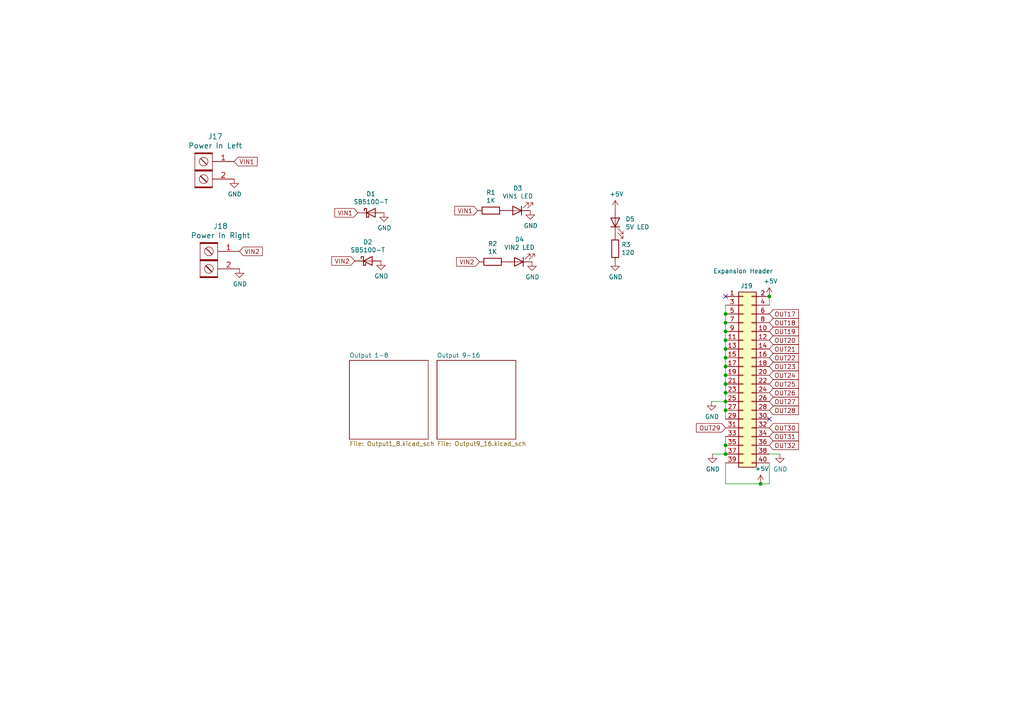
<source format=kicad_sch>
(kicad_sch (version 20211123) (generator eeschema)
  (paper "A4")
  (title_block (title "16 Expansion") (date "2022-05-08") (rev "v5") (company "Scott Hanson"))
  (lib_symbols
    (symbol "Barrier_Blocks:BARRIER_BLOCK_1ROW_2POS" (pin_names (offset 1.016) hide)
      (property "Reference" "TB" (at 0.127 -6.731 0))
      (property "Value" "BARRIER_BLOCK_1ROW_2POS" (at 0.254 6.35 0))
      (symbol "BARRIER_BLOCK_1ROW_2POS_0_1"
        (rectangle (start -2.54 5.08) (end 2.54 -5.08))
        (circle (center 0 -2.54) (radius 1.27))
        (polyline (pts (xy -2.54 -4.699) (xy -2.54 -5.08) (xy 2.54 -5.08) (xy 2.54 -4.699)) (fill (type outline)))
        (polyline (pts (xy -2.54 0.254) (xy -2.54 -0.254) (xy 2.54 -0.254) (xy 2.54 0.254)) (fill (type outline)))
        (polyline (pts (xy -2.54 4.699) (xy -2.54 5.08) (xy 2.54 5.08) (xy 2.54 4.699)) (fill (type outline)))
        (polyline (pts (xy -0.8382 -3.5052) (xy -0.9652 -3.3782) (xy 0.8128 -1.6002) (xy 0.9652 -1.7018) (xy -0.8382 -3.5052)) (fill (type outline)))
        (polyline (pts (xy -0.8382 1.5748) (xy -0.9652 1.6764) (xy -0.0508 2.5908) (xy 0.8382 3.4798) (xy 0.9652 3.3528) (xy 0.9652 3.3528)) (fill (type outline)))
        (circle (center 0 2.54) (radius 1.27))
      )
      (symbol "BARRIER_BLOCK_1ROW_2POS_1_1"
        (pin passive line (at -8.89 2.54 0) (length 6.35) (name "P1") (number "1"))
        (pin passive line (at -8.89 -2.54 0) (length 6.35) (name "P2") (number "2"))
      )
    )
    (symbol "Connector_Generic:Conn_02x20_Odd_Even" (pin_names (offset 1.016) hide)
      (property "Reference" "J" (at 1.27 25.4 0))
      (property "Value" "Conn_02x20_Odd_Even" (at 1.27 -27.94 0))
      (symbol "Conn_02x20_Odd_Even_1_1"
        (rectangle (start -1.27 -25.273) (end 0 -25.527) (stroke (width 0.1524)))
        (rectangle (start -1.27 -22.733) (end 0 -22.987) (stroke (width 0.1524)))
        (rectangle (start -1.27 -20.193) (end 0 -20.447) (stroke (width 0.1524)))
        (rectangle (start -1.27 -17.653) (end 0 -17.907) (stroke (width 0.1524)))
        (rectangle (start -1.27 -15.113) (end 0 -15.367) (stroke (width 0.1524)))
        (rectangle (start -1.27 -12.573) (end 0 -12.827) (stroke (width 0.1524)))
        (rectangle (start -1.27 -10.033) (end 0 -10.287) (stroke (width 0.1524)))
        (rectangle (start -1.27 -7.493) (end 0 -7.747) (stroke (width 0.1524)))
        (rectangle (start -1.27 -4.953) (end 0 -5.207) (stroke (width 0.1524)))
        (rectangle (start -1.27 -2.413) (end 0 -2.667) (stroke (width 0.1524)))
        (rectangle (start -1.27 0.127) (end 0 -0.127) (stroke (width 0.1524)))
        (rectangle (start -1.27 2.667) (end 0 2.413) (stroke (width 0.1524)))
        (rectangle (start -1.27 5.207) (end 0 4.953) (stroke (width 0.1524)))
        (rectangle (start -1.27 7.747) (end 0 7.493) (stroke (width 0.1524)))
        (rectangle (start -1.27 10.287) (end 0 10.033) (stroke (width 0.1524)))
        (rectangle (start -1.27 12.827) (end 0 12.573) (stroke (width 0.1524)))
        (rectangle (start -1.27 15.367) (end 0 15.113) (stroke (width 0.1524)))
        (rectangle (start -1.27 17.907) (end 0 17.653) (stroke (width 0.1524)))
        (rectangle (start -1.27 20.447) (end 0 20.193) (stroke (width 0.1524)))
        (rectangle (start -1.27 22.987) (end 0 22.733) (stroke (width 0.1524)))
        (rectangle (start -1.27 24.13) (end 3.81 -26.67) (stroke (width 0.254)) (fill (type background)))
        (rectangle (start 3.81 -25.273) (end 2.54 -25.527) (stroke (width 0.1524)))
        (rectangle (start 3.81 -22.733) (end 2.54 -22.987) (stroke (width 0.1524)))
        (rectangle (start 3.81 -20.193) (end 2.54 -20.447) (stroke (width 0.1524)))
        (rectangle (start 3.81 -17.653) (end 2.54 -17.907) (stroke (width 0.1524)))
        (rectangle (start 3.81 -15.113) (end 2.54 -15.367) (stroke (width 0.1524)))
        (rectangle (start 3.81 -12.573) (end 2.54 -12.827) (stroke (width 0.1524)))
        (rectangle (start 3.81 -10.033) (end 2.54 -10.287) (stroke (width 0.1524)))
        (rectangle (start 3.81 -7.493) (end 2.54 -7.747) (stroke (width 0.1524)))
        (rectangle (start 3.81 -4.953) (end 2.54 -5.207) (stroke (width 0.1524)))
        (rectangle (start 3.81 -2.413) (end 2.54 -2.667) (stroke (width 0.1524)))
        (rectangle (start 3.81 0.127) (end 2.54 -0.127) (stroke (width 0.1524)))
        (rectangle (start 3.81 2.667) (end 2.54 2.413) (stroke (width 0.1524)))
        (rectangle (start 3.81 5.207) (end 2.54 4.953) (stroke (width 0.1524)))
        (rectangle (start 3.81 7.747) (end 2.54 7.493) (stroke (width 0.1524)))
        (rectangle (start 3.81 10.287) (end 2.54 10.033) (stroke (width 0.1524)))
        (rectangle (start 3.81 12.827) (end 2.54 12.573) (stroke (width 0.1524)))
        (rectangle (start 3.81 15.367) (end 2.54 15.113) (stroke (width 0.1524)))
        (rectangle (start 3.81 17.907) (end 2.54 17.653) (stroke (width 0.1524)))
        (rectangle (start 3.81 20.447) (end 2.54 20.193) (stroke (width 0.1524)))
        (rectangle (start 3.81 22.987) (end 2.54 22.733) (stroke (width 0.1524)))
        (pin passive line (at -5.08 22.86 0) (length 3.81) (name "Pin_1") (number "1"))
        (pin passive line (at 7.62 12.7 180) (length 3.81) (name "Pin_10") (number "10"))
        (pin passive line (at -5.08 10.16 0) (length 3.81) (name "Pin_11") (number "11"))
        (pin passive line (at 7.62 10.16 180) (length 3.81) (name "Pin_12") (number "12"))
        (pin passive line (at -5.08 7.62 0) (length 3.81) (name "Pin_13") (number "13"))
        (pin passive line (at 7.62 7.62 180) (length 3.81) (name "Pin_14") (number "14"))
        (pin passive line (at -5.08 5.08 0) (length 3.81) (name "Pin_15") (number "15"))
        (pin passive line (at 7.62 5.08 180) (length 3.81) (name "Pin_16") (number "16"))
        (pin passive line (at -5.08 2.54 0) (length 3.81) (name "Pin_17") (number "17"))
        (pin passive line (at 7.62 2.54 180) (length 3.81) (name "Pin_18") (number "18"))
        (pin passive line (at -5.08 0 0) (length 3.81) (name "Pin_19") (number "19"))
        (pin passive line (at 7.62 22.86 180) (length 3.81) (name "Pin_2") (number "2"))
        (pin passive line (at 7.62 0 180) (length 3.81) (name "Pin_20") (number "20"))
        (pin passive line (at -5.08 -2.54 0) (length 3.81) (name "Pin_21") (number "21"))
        (pin passive line (at 7.62 -2.54 180) (length 3.81) (name "Pin_22") (number "22"))
        (pin passive line (at -5.08 -5.08 0) (length 3.81) (name "Pin_23") (number "23"))
        (pin passive line (at 7.62 -5.08 180) (length 3.81) (name "Pin_24") (number "24"))
        (pin passive line (at -5.08 -7.62 0) (length 3.81) (name "Pin_25") (number "25"))
        (pin passive line (at 7.62 -7.62 180) (length 3.81) (name "Pin_26") (number "26"))
        (pin passive line (at -5.08 -10.16 0) (length 3.81) (name "Pin_27") (number "27"))
        (pin passive line (at 7.62 -10.16 180) (length 3.81) (name "Pin_28") (number "28"))
        (pin passive line (at -5.08 -12.7 0) (length 3.81) (name "Pin_29") (number "29"))
        (pin passive line (at -5.08 20.32 0) (length 3.81) (name "Pin_3") (number "3"))
        (pin passive line (at 7.62 -12.7 180) (length 3.81) (name "Pin_30") (number "30"))
        (pin passive line (at -5.08 -15.24 0) (length 3.81) (name "Pin_31") (number "31"))
        (pin passive line (at 7.62 -15.24 180) (length 3.81) (name "Pin_32") (number "32"))
        (pin passive line (at -5.08 -17.78 0) (length 3.81) (name "Pin_33") (number "33"))
        (pin passive line (at 7.62 -17.78 180) (length 3.81) (name "Pin_34") (number "34"))
        (pin passive line (at -5.08 -20.32 0) (length 3.81) (name "Pin_35") (number "35"))
        (pin passive line (at 7.62 -20.32 180) (length 3.81) (name "Pin_36") (number "36"))
        (pin passive line (at -5.08 -22.86 0) (length 3.81) (name "Pin_37") (number "37"))
        (pin passive line (at 7.62 -22.86 180) (length 3.81) (name "Pin_38") (number "38"))
        (pin passive line (at -5.08 -25.4 0) (length 3.81) (name "Pin_39") (number "39"))
        (pin passive line (at 7.62 20.32 180) (length 3.81) (name "Pin_4") (number "4"))
        (pin passive line (at 7.62 -25.4 180) (length 3.81) (name "Pin_40") (number "40"))
        (pin passive line (at -5.08 17.78 0) (length 3.81) (name "Pin_5") (number "5"))
        (pin passive line (at 7.62 17.78 180) (length 3.81) (name "Pin_6") (number "6"))
        (pin passive line (at -5.08 15.24 0) (length 3.81) (name "Pin_7") (number "7"))
        (pin passive line (at 7.62 15.24 180) (length 3.81) (name "Pin_8") (number "8"))
        (pin passive line (at -5.08 12.7 0) (length 3.81) (name "Pin_9") (number "9"))
      )
    )
    (symbol "Device:D_Schottky" (pin_numbers hide) (pin_names (offset 1.016) hide)
      (property "Reference" "D" (at 0 2.54 0))
      (property "Value" "D_Schottky" (at 0 -2.54 0))
      (symbol "D_Schottky_0_1"
        (polyline (pts (xy 1.27 0) (xy -1.27 0)))
        (polyline (pts (xy 1.27 1.27) (xy 1.27 -1.27) (xy -1.27 0) (xy 1.27 1.27)) (stroke (width 0.254)))
        (polyline (pts (xy -1.905 0.635) (xy -1.905 1.27) (xy -1.27 1.27) (xy -1.27 -1.27) (xy -0.635 -1.27) (xy -0.635 -0.635)) (stroke (width 0.254)))
      )
      (symbol "D_Schottky_1_1"
        (pin passive line (at -3.81 0 0) (length 2.54) (name "K") (number "1"))
        (pin passive line (at 3.81 0 180) (length 2.54) (name "A") (number "2"))
      )
    )
    (symbol "Device:LED" (pin_numbers hide) (pin_names (offset 1.016) hide)
      (property "Reference" "D" (at 0 2.54 0))
      (property "Value" "LED" (at 0 -2.54 0))
      (symbol "LED_0_1"
        (polyline (pts (xy -1.27 -1.27) (xy -1.27 1.27)) (stroke (width 0.254)))
        (polyline (pts (xy -1.27 0) (xy 1.27 0)))
        (polyline (pts (xy 1.27 -1.27) (xy 1.27 1.27) (xy -1.27 0) (xy 1.27 -1.27)) (stroke (width 0.254)))
        (polyline (pts (xy -3.048 -0.762) (xy -4.572 -2.286) (xy -3.81 -2.286) (xy -4.572 -2.286) (xy -4.572 -1.524)))
        (polyline (pts (xy -1.778 -0.762) (xy -3.302 -2.286) (xy -2.54 -2.286) (xy -3.302 -2.286) (xy -3.302 -1.524)))
      )
      (symbol "LED_1_1"
        (pin passive line (at -3.81 0 0) (length 2.54) (name "K") (number "1"))
        (pin passive line (at 3.81 0 180) (length 2.54) (name "A") (number "2"))
      )
    )
    (symbol "Device:R" (pin_numbers hide) (pin_names (offset 0))
      (property "Reference" "R" (at 2.032 0 90))
      (property "Value" "R" (at 0 0 90))
      (symbol "R_0_1"
        (rectangle (start -1.016 -2.54) (end 1.016 2.54) (stroke (width 0.254)))
      )
      (symbol "R_1_1"
        (pin passive line (at 0 3.81 270) (length 1.27) (name "~") (number "1"))
        (pin passive line (at 0 -3.81 90) (length 1.27) (name "~") (number "2"))
      )
    )
    (symbol "power:+5V" (power) (pin_names (offset 0))
      (property "Value" "+5V" (at 0 3.556 0))
      (symbol "+5V_0_1"
        (polyline (pts (xy -0.762 1.27) (xy 0 2.54)))
        (polyline (pts (xy 0 0) (xy 0 2.54)))
        (polyline (pts (xy 0 2.54) (xy 0.762 1.27)))
      )
      (symbol "+5V_1_1"
        (pin power_in line (at 0 0 90) (length 0) hide (name "+5V") (number "1"))
      )
    )
    (symbol "power:GND" (power) (pin_names (offset 0))
      (property "Value" "GND" (at 0 -3.81 0))
      (symbol "GND_0_1"
        (polyline (pts (xy 0 0) (xy 0 -1.27) (xy 1.27 -1.27) (xy 0 -2.54) (xy -1.27 -1.27) (xy 0 -1.27)))
      )
      (symbol "GND_1_1"
        (pin power_in line (at 0 0 270) (length 0) hide (name "GND") (number "1"))
      )
    )
  )
  (junction (at 210.439 93.599))
  (junction (at 210.439 113.919))
  (junction (at 210.439 116.459))
  (junction (at 223.139 85.979))
  (junction (at 210.439 106.299))
  (junction (at 210.439 129.159))
  (junction (at 210.439 96.139))
  (junction (at 210.439 131.699))
  (junction (at 220.599 140.335))
  (junction (at 210.439 103.759))
  (junction (at 210.439 118.999))
  (junction (at 210.439 91.059))
  (junction (at 210.439 111.379))
  (junction (at 210.439 108.839))
  (junction (at 210.439 101.219))
  (junction (at 210.439 98.679))
  (no_connect (at 223.139 121.539))
  (no_connect (at 210.439 85.979))
  (wire (pts (xy 210.439 131.699) (xy 206.629 131.699)))
  (wire (pts (xy 223.139 134.239) (xy 223.139 140.335)))
  (wire (pts (xy 210.439 88.519) (xy 210.439 91.059)))
  (wire (pts (xy 210.439 106.299) (xy 210.439 108.839)))
  (wire (pts (xy 223.139 131.699) (xy 226.187 131.699)))
  (wire (pts (xy 210.439 96.139) (xy 210.439 98.679)))
  (wire (pts (xy 210.439 118.999) (xy 210.439 121.539)))
  (wire (pts (xy 210.439 91.059) (xy 210.439 93.599)))
  (wire (pts (xy 210.439 93.599) (xy 210.439 96.139)))
  (wire (pts (xy 210.439 108.839) (xy 210.439 111.379)))
  (wire (pts (xy 210.439 111.379) (xy 210.439 113.919)))
  (wire (pts (xy 210.439 126.619) (xy 210.439 129.159)))
  (wire (pts (xy 210.439 101.219) (xy 210.439 103.759)))
  (wire (pts (xy 210.439 129.159) (xy 210.439 131.699)))
  (wire (pts (xy 223.139 140.335) (xy 220.599 140.335)))
  (wire (pts (xy 220.599 140.335) (xy 210.439 140.335)))
  (wire (pts (xy 210.439 116.459) (xy 210.439 118.999)))
  (wire (pts (xy 210.439 116.459) (xy 206.375 116.459)))
  (wire (pts (xy 223.139 85.979) (xy 223.139 88.519)))
  (wire (pts (xy 210.439 134.239) (xy 210.439 140.335)))
  (wire (pts (xy 210.439 103.759) (xy 210.439 106.299)))
  (wire (pts (xy 210.439 113.919) (xy 210.439 116.459)))
  (wire (pts (xy 210.439 98.679) (xy 210.439 101.219)))
  (global_label "OUT22" (shape input) (at 223.139 103.759 0) (property "Intersheet References" "${INTERSHEET_REFS}" (effects hide)))
  (global_label "OUT20" (shape input) (at 223.139 98.679 0) (property "Intersheet References" "${INTERSHEET_REFS}" (effects hide)))
  (global_label "OUT30" (shape input) (at 223.139 124.079 0) (property "Intersheet References" "${INTERSHEET_REFS}" (effects hide)))
  (global_label "VIN1" (shape input) (at 138.557 61.087 180) (property "Intersheet References" "${INTERSHEET_REFS}" (effects hide)))
  (global_label "VIN2" (shape input) (at 69.469 72.898 0) (property "Intersheet References" "${INTERSHEET_REFS}" (effects hide)))
  (global_label "OUT26" (shape input) (at 223.139 113.919 0) (property "Intersheet References" "${INTERSHEET_REFS}" (effects hide)))
  (global_label "VIN1" (shape input) (at 67.945 46.863 0) (property "Intersheet References" "${INTERSHEET_REFS}" (effects hide)))
  (global_label "OUT25" (shape input) (at 223.139 111.379 0) (property "Intersheet References" "${INTERSHEET_REFS}" (effects hide)))
  (global_label "OUT24" (shape input) (at 223.139 108.839 0) (property "Intersheet References" "${INTERSHEET_REFS}" (effects hide)))
  (global_label "OUT32" (shape input) (at 223.139 129.159 0) (property "Intersheet References" "${INTERSHEET_REFS}" (effects hide)))
  (global_label "OUT17" (shape input) (at 223.139 91.059 0) (property "Intersheet References" "${INTERSHEET_REFS}" (effects hide)))
  (global_label "VIN1" (shape input) (at 103.759 61.722 180) (property "Intersheet References" "${INTERSHEET_REFS}" (effects hide)))
  (global_label "OUT27" (shape input) (at 223.139 116.459 0) (property "Intersheet References" "${INTERSHEET_REFS}" (effects hide)))
  (global_label "OUT19" (shape input) (at 223.139 96.139 0) (property "Intersheet References" "${INTERSHEET_REFS}" (effects hide)))
  (global_label "VIN2" (shape input) (at 139.065 75.946 180) (property "Intersheet References" "${INTERSHEET_REFS}" (effects hide)))
  (global_label "OUT29" (shape input) (at 210.439 124.079 180) (property "Intersheet References" "${INTERSHEET_REFS}" (effects hide)))
  (global_label "OUT23" (shape input) (at 223.139 106.299 0) (property "Intersheet References" "${INTERSHEET_REFS}" (effects hide)))
  (global_label "OUT21" (shape input) (at 223.139 101.219 0) (property "Intersheet References" "${INTERSHEET_REFS}" (effects hide)))
  (global_label "OUT28" (shape input) (at 223.139 118.999 0) (property "Intersheet References" "${INTERSHEET_REFS}" (effects hide)))
  (global_label "OUT18" (shape input) (at 223.139 93.599 0) (property "Intersheet References" "${INTERSHEET_REFS}" (effects hide)))
  (global_label "VIN2" (shape input) (at 102.87 75.692 180) (property "Intersheet References" "${INTERSHEET_REFS}" (effects hide)))
  (global_label "OUT31" (shape input) (at 223.139 126.619 0) (property "Intersheet References" "${INTERSHEET_REFS}" (effects hide)))
  (symbol (lib_id "power:GND") (at 67.945 51.943 0) (unit 1)
    (property "Reference" "#PWR0101" (effects hide))
    (property "Value" "GND" (at 68.072 56.3372 0))
  )
  (symbol (lib_id "Device:D_Schottky") (at 106.68 75.692 0) (unit 1)
    (property "Reference" "D2" (at 106.68 70.2056 0))
    (property "Value" "SB5100-T" (at 106.68 72.517 0))
    (property "Footprint" "Diode_THT:D_DO-201AD_P12.70mm_Horizontal" (effects hide))
    (property "Digi-Key_PN" "SB5100DICT-ND" (effects hide))
    (property "MPN" "SB5100-T" (effects hide))
  )
  (symbol (lib_id "Device:D_Schottky") (at 107.569 61.722 0) (unit 1)
    (property "Reference" "D1" (at 107.569 56.2356 0))
    (property "Value" "SB5100-T" (at 107.569 58.547 0))
    (property "Footprint" "Diode_THT:D_DO-201AD_P12.70mm_Horizontal" (effects hide))
    (property "Digi-Key_PN" "SB5100DICT-ND" (effects hide))
    (property "MPN" "SB5100-T" (effects hide))
  )
  (symbol (lib_id "Connector_Generic:Conn_02x20_Odd_Even") (at 215.519 108.839 0) (unit 1)
    (property "Reference" "J19" (at 216.535 82.931 0))
    (property "Value" "Expansion Header" (at 215.519 78.613 0))
    (property "Footprint" "Connector_IDC:IDC-Header_2x20_P2.54mm_Vertical" (effects hide))
    (property "Digi-Key_PN" "S9175-ND" (effects hide))
    (property "MPN" "SBH11-PBPC-D20-ST-BK" (effects hide))
  )
  (symbol (lib_id "power:GND") (at 206.629 131.699 0) (unit 1)
    (property "Reference" "#PWR044" (effects hide))
    (property "Value" "GND" (at 206.756 136.0932 0))
  )
  (symbol (lib_id "power:GND") (at 110.49 75.692 0) (unit 1)
    (property "Reference" "#PWR0102" (effects hide))
    (property "Value" "GND" (at 110.617 80.0862 0))
  )
  (symbol (lib_id "power:GND") (at 111.379 61.722 0) (unit 1)
    (property "Reference" "#PWR0103" (effects hide))
    (property "Value" "GND" (at 111.506 66.1162 0))
  )
  (symbol (lib_id "power:GND") (at 226.187 131.699 0) (unit 1)
    (property "Reference" "#PWR0105" (effects hide))
    (property "Value" "GND" (at 226.314 136.0932 0))
  )
  (symbol (lib_id "power:+5V") (at 220.599 140.335 0) (unit 1)
    (property "Reference" "#PWR0106" (effects hide))
    (property "Value" "+5V" (at 220.98 135.9408 0))
  )
  (symbol (lib_id "power:+5V") (at 223.139 85.979 0) (unit 1)
    (property "Reference" "#PWR0107" (effects hide))
    (property "Value" "+5V" (at 223.52 81.5848 0))
  )
  (symbol (lib_id "power:GND") (at 69.469 77.978 0) (unit 1)
    (property "Reference" "#PWR02" (effects hide))
    (property "Value" "GND" (at 69.596 82.3722 0))
  )
  (symbol (lib_id "power:GND") (at 206.375 116.459 0) (unit 1)
    (property "Reference" "#PWR0110" (effects hide))
    (property "Value" "GND" (at 206.502 120.8532 0))
  )
  (symbol (lib_id "Device:LED") (at 149.987 61.087 180) (unit 1)
    (property "Reference" "D3" (at 150.1648 54.61 0))
    (property "Value" "VIN1 LED" (at 150.1648 56.9214 0))
    (property "Footprint" "LED_THT:LED_D3.0mm_Clear" (effects hide))
    (property "Digi-Key_PN" "754-1217-ND" (effects hide))
    (property "MPN" "WP3A8GD" (effects hide))
  )
  (symbol (lib_id "Device:LED") (at 150.495 75.946 180) (unit 1)
    (property "Reference" "D4" (at 150.6728 69.469 0))
    (property "Value" "VIN2 LED" (at 150.6728 71.7804 0))
    (property "Footprint" "LED_THT:LED_D3.0mm_Clear" (effects hide))
    (property "Digi-Key_PN" "754-1217-ND" (effects hide))
    (property "MPN" "WP3A8GD" (effects hide))
  )
  (symbol (lib_id "Device:R") (at 142.367 61.087 270) (unit 1)
    (property "Reference" "R1" (at 142.367 55.8292 90))
    (property "Value" "1K" (at 142.367 58.1406 90))
    (property "Footprint" "Resistor_THT:R_Axial_DIN0207_L6.3mm_D2.5mm_P7.62mm_Horizontal" (effects hide))
    (property "Digi-Key_PN" "CF14JT1K00CT-ND" (effects hide))
    (property "MPN" "CF14JT1K00" (effects hide))
  )
  (symbol (lib_id "Device:R") (at 142.875 75.946 270) (unit 1)
    (property "Reference" "R2" (at 142.875 70.6882 90))
    (property "Value" "1K" (at 142.875 72.9996 90))
    (property "Footprint" "Resistor_THT:R_Axial_DIN0207_L6.3mm_D2.5mm_P7.62mm_Horizontal" (effects hide))
    (property "Digi-Key_PN" "CF14JT1K00CT-ND" (effects hide))
    (property "MPN" "CF14JT1K00" (effects hide))
  )
  (symbol (lib_id "power:GND") (at 153.797 61.087 0) (unit 1)
    (property "Reference" "#PWR0111" (effects hide))
    (property "Value" "GND" (at 153.924 65.4812 0))
  )
  (symbol (lib_id "power:GND") (at 154.305 75.946 0) (unit 1)
    (property "Reference" "#PWR0112" (effects hide))
    (property "Value" "GND" (at 154.432 80.3402 0))
  )
  (symbol (lib_id "Device:R") (at 178.435 72.136 180) (unit 1)
    (property "Reference" "R3" (at 180.213 70.9676 0) (effects (justify right)))
    (property "Value" "120" (at 180.213 73.279 0) (effects (justify right)))
    (property "Footprint" "Resistor_THT:R_Axial_DIN0207_L6.3mm_D2.5mm_P7.62mm_Horizontal" (effects hide))
    (property "Digi-Key_PN" "CF14JT120RCT-ND" (effects hide))
    (property "MPN" "CF14JT120R" (effects hide))
  )
  (symbol (lib_id "Device:LED") (at 178.435 64.516 90) (unit 1)
    (property "Reference" "D5" (at 181.4068 63.5254 90) (effects (justify right)))
    (property "Value" "5V LED" (at 181.4068 65.8368 90) (effects (justify right)))
    (property "Footprint" "LED_THT:LED_D3.0mm_Clear" (effects hide))
    (property "Digi-Key_PN" "754-1217-ND" (effects hide))
    (property "MPN" "WP3A8GD" (effects hide))
  )
  (symbol (lib_id "power:+5V") (at 178.435 60.706 0) (unit 1)
    (property "Reference" "#PWR040" (effects hide))
    (property "Value" "+5V" (at 178.816 56.3118 0))
  )
  (symbol (lib_id "power:GND") (at 178.435 75.946 0) (unit 1)
    (property "Reference" "#PWR052" (effects hide))
    (property "Value" "GND" (at 178.562 80.3402 0))
  )
  (symbol (lib_id "Barrier_Blocks:BARRIER_BLOCK_1ROW_2POS") (at 59.055 49.403 0) (mirror y) (unit 1)
    (property "Reference" "J17" (at 62.4332 39.5732 0) (effects (font (size 1.524 1.524))))
    (property "Value" "Power In Left" (at 62.4332 42.2656 0) (effects (font (size 1.524 1.524))))
    (property "Footprint" "Barrier_Blocks:BARRIER_BLOCK_1ROW_2POS_P9.5MM" (effects hide))
    (property "Digi-Key_PN" "ED2953-ND" (effects hide))
    (property "MPN" "OSTYK51102030" (effects hide))
  )
  (symbol (lib_id "Barrier_Blocks:BARRIER_BLOCK_1ROW_2POS") (at 60.579 75.438 0) (mirror y) (unit 1)
    (property "Reference" "J18" (at 63.9572 65.6082 0) (effects (font (size 1.524 1.524))))
    (property "Value" "Power In Right" (at 63.9572 68.3006 0) (effects (font (size 1.524 1.524))))
    (property "Footprint" "Barrier_Blocks:BARRIER_BLOCK_1ROW_2POS_P9.5MM" (effects hide))
    (property "Digi-Key_PN" "ED2953-ND" (effects hide))
    (property "MPN" "OSTYK51102030" (effects hide))
  )
  (sheet (at 101.346 104.521) (size 22.86 22.86)
    (property "Sheet name" "Output 1-8" (at 101.346 103.8094 0) (effects (justify left bottom)))
    (property "Sheet file" "Output1_8.kicad_sch" (at 101.346 127.9656 0) (effects (justify left top)))
  )
  (sheet (at 126.746 104.521) (size 22.86 22.86)
    (property "Sheet name" "Output 9-16" (at 126.746 103.8094 0) (effects (justify left bottom)))
    (property "Sheet file" "Output9_16.kicad_sch" (at 126.746 127.9656 0) (effects (justify left top)))
  )
)
</source>
